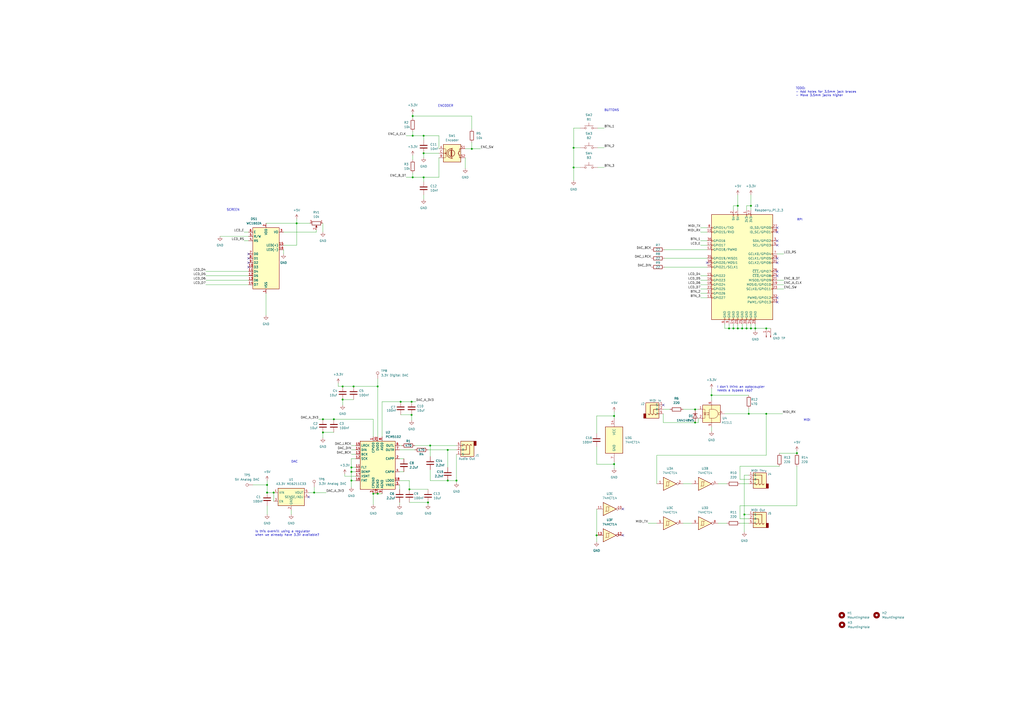
<source format=kicad_sch>
(kicad_sch (version 20231120) (generator "eeschema") (generator_version "8.0")
  (paper "A2")
  (lib_symbols
    (symbol "74xx:74HC14" (pin_names (offset 1.016))
      (property "Reference" "U" (at 0 1.27 0))
      (property "Value" "74HC14" (at 0 -1.27 0))
      (symbol "74HC14_1_0"
        (pin input line (at -7.62 0 0) (length 3.81) (name "~") (number "1"))
        (pin output inverted (at 7.62 0 180) (length 3.81) (name "~") (number "2"))
      )
      (symbol "74HC14_2_0"
        (pin input line (at -7.62 0 0) (length 3.81) (name "~") (number "3"))
        (pin output inverted (at 7.62 0 180) (length 3.81) (name "~") (number "4"))
      )
      (symbol "74HC14_3_0"
        (pin input line (at -7.62 0 0) (length 3.81) (name "~") (number "5"))
        (pin output inverted (at 7.62 0 180) (length 3.81) (name "~") (number "6"))
      )
      (symbol "74HC14_4_0"
        (pin output inverted (at 7.62 0 180) (length 3.81) (name "~") (number "8"))
        (pin input line (at -7.62 0 0) (length 3.81) (name "~") (number "9"))
      )
      (symbol "74HC14_5_0"
        (pin output inverted (at 7.62 0 180) (length 3.81) (name "~") (number "10"))
        (pin input line (at -7.62 0 0) (length 3.81) (name "~") (number "11"))
      )
      (symbol "74HC14_6_0"
        (pin output inverted (at 7.62 0 180) (length 3.81) (name "~") (number "12"))
        (pin input line (at -7.62 0 0) (length 3.81) (name "~") (number "13"))
      )
      (symbol "74HC14_7_0"
        (pin power_in line (at 0 12.7 270) (length 5.08) (name "VCC") (number "14"))
        (pin power_in line (at 0 -12.7 90) (length 5.08) (name "GND") (number "7"))
      )
    )
    (symbol "Audio:PCM5102"
      (property "Reference" "U" (at -10.16 13.97 0))
      (property "Value" "PCM5102" (at 3.81 13.97 0))
      (symbol "PCM5102_1_1"
        (pin passive line (at -2.54 15.24 270) (length 2.54) (name "CPVDD") (number "1"))
        (pin input line (at -12.7 -5.08 0) (length 2.54) (name "DEMP") (number "10"))
        (pin input line (at -12.7 -2.54 0) (length 2.54) (name "FLT") (number "11"))
        (pin input line (at -12.7 2.54 0) (length 2.54) (name "SCK") (number "12"))
        (pin input line (at -12.7 5.08 0) (length 2.54) (name "BCK") (number "13"))
        (pin input line (at -12.7 7.62 0) (length 2.54) (name "DIN") (number "14"))
        (pin input line (at -12.7 10.16 0) (length 2.54) (name "LRCK") (number "15"))
        (pin input line (at -12.7 -10.16 0) (length 2.54) (name "FMT") (number "16"))
        (pin input line (at -12.7 -7.62 0) (length 2.54) (name "XSMT") (number "17"))
        (pin passive line (at 12.7 -10.16 180) (length 2.54) (name "LDOO") (number "18"))
        (pin power_in line (at 0 -17.78 90) (length 2.54) (name "DGND") (number "19"))
        (pin passive line (at 12.7 2.54 180) (length 2.54) (name "CAPP") (number "2"))
        (pin power_in line (at 0 15.24 270) (length 2.54) (name "DVDD") (number "20"))
        (pin power_in line (at -2.54 -17.78 90) (length 2.54) (name "CPGND") (number "3"))
        (pin passive line (at 12.7 -5.08 180) (length 2.54) (name "CAPM") (number "4"))
        (pin passive line (at 12.7 -12.7 180) (length 2.54) (name "VNEG") (number "5"))
        (pin output line (at 12.7 10.16 180) (length 2.54) (name "OUTL") (number "6"))
        (pin output line (at 12.7 7.62 180) (length 2.54) (name "OUTR") (number "7"))
        (pin power_in line (at 2.54 15.24 270) (length 2.54) (name "AVDD") (number "8"))
        (pin power_in line (at 2.54 -17.78 90) (length 2.54) (name "AGND") (number "9"))
      )
    )
    (symbol "AudioJack3_1"
      (property "Reference" "J1" (at -6.35 2.54 0))
      (property "Value" "AudioJack3_1" (at 3.81 5.08 0))
      (symbol "AudioJack3_1_1_1"
        (pin passive line (at 5.08 2.54 180) (length 2.54) (name "S") (number "1"))
        (pin passive line (at 5.08 0 180) (length 2.54) (name "R") (number "2"))
        (pin passive line (at 5.08 -2.54 180) (length 2.54) (name "T") (number "5"))
      )
    )
    (symbol "Connector:Conn_01x02_Male" (pin_names (offset 1.016) hide)
      (property "Reference" "J" (at 0 2.54 0))
      (property "Value" "Conn_01x02_Male" (at 0 -5.08 0))
      (symbol "Conn_01x02_Male_1_1"
        (pin passive line (at 5.08 0 180) (length 3.81) (name "Pin_1") (number "1"))
        (pin passive line (at 5.08 -2.54 180) (length 3.81) (name "Pin_2") (number "2"))
      )
    )
    (symbol "Connector:Raspberry_Pi_2_3" (pin_names (offset 1.016))
      (property "Reference" "J" (at -17.78 31.75 0))
      (property "Value" "Raspberry_Pi_2_3" (at 10.16 -31.75 0))
      (symbol "Raspberry_Pi_2_3_1_1"
        (pin power_in line (at 2.54 33.02 270) (length 2.54) (name "3V3") (number "1"))
        (pin bidirectional line (at -20.32 20.32 0) (length 2.54) (name "GPIO15/RXD") (number "10"))
        (pin bidirectional line (at -20.32 12.7 0) (length 2.54) (name "GPIO17") (number "11"))
        (pin bidirectional line (at -20.32 10.16 0) (length 2.54) (name "GPIO18/PWM0") (number "12"))
        (pin bidirectional line (at -20.32 -17.78 0) (length 2.54) (name "GPIO27") (number "13"))
        (pin power_in line (at -5.08 -33.02 90) (length 2.54) (name "GND") (number "14"))
        (pin bidirectional line (at -20.32 -5.08 0) (length 2.54) (name "GPIO22") (number "15"))
        (pin bidirectional line (at -20.32 -7.62 0) (length 2.54) (name "GPIO23") (number "16"))
        (pin power_in line (at 5.08 33.02 270) (length 2.54) (name "3V3") (number "17"))
        (pin bidirectional line (at -20.32 -10.16 0) (length 2.54) (name "GPIO24") (number "18"))
        (pin bidirectional line (at 20.32 -10.16 180) (length 2.54) (name "MOSI0/GPIO10") (number "19"))
        (pin power_in line (at -5.08 33.02 270) (length 2.54) (name "5V") (number "2"))
        (pin power_in line (at -2.54 -33.02 90) (length 2.54) (name "GND") (number "20"))
        (pin bidirectional line (at 20.32 -7.62 180) (length 2.54) (name "MISO0/GPIO9") (number "21"))
        (pin bidirectional line (at -20.32 -12.7 0) (length 2.54) (name "GPIO25") (number "22"))
        (pin bidirectional line (at 20.32 -12.7 180) (length 2.54) (name "SCLK0/GPIO11") (number "23"))
        (pin bidirectional line (at 20.32 -5.08 180) (length 2.54) (name "~{CE0}/GPIO8") (number "24"))
        (pin power_in line (at 0 -33.02 90) (length 2.54) (name "GND") (number "25"))
        (pin bidirectional line (at 20.32 -2.54 180) (length 2.54) (name "~{CE1}/GPIO7") (number "26"))
        (pin bidirectional line (at 20.32 22.86 180) (length 2.54) (name "ID_SD/GPIO0") (number "27"))
        (pin bidirectional line (at 20.32 20.32 180) (length 2.54) (name "ID_SC/GPIO1") (number "28"))
        (pin bidirectional line (at 20.32 5.08 180) (length 2.54) (name "GCLK1/GPIO5") (number "29"))
        (pin bidirectional line (at 20.32 15.24 180) (length 2.54) (name "SDA/GPIO2") (number "3"))
        (pin power_in line (at 2.54 -33.02 90) (length 2.54) (name "GND") (number "30"))
        (pin bidirectional line (at 20.32 2.54 180) (length 2.54) (name "GCLK2/GPIO6") (number "31"))
        (pin bidirectional line (at 20.32 -17.78 180) (length 2.54) (name "PWM0/GPIO12") (number "32"))
        (pin bidirectional line (at 20.32 -20.32 180) (length 2.54) (name "PWM1/GPIO13") (number "33"))
        (pin power_in line (at 5.08 -33.02 90) (length 2.54) (name "GND") (number "34"))
        (pin bidirectional line (at -20.32 5.08 0) (length 2.54) (name "GPIO19/MISO1") (number "35"))
        (pin bidirectional line (at -20.32 15.24 0) (length 2.54) (name "GPIO16") (number "36"))
        (pin bidirectional line (at -20.32 -15.24 0) (length 2.54) (name "GPIO26") (number "37"))
        (pin bidirectional line (at -20.32 2.54 0) (length 2.54) (name "GPIO20/MOSI1") (number "38"))
        (pin power_in line (at 7.62 -33.02 90) (length 2.54) (name "GND") (number "39"))
        (pin power_in line (at -2.54 33.02 270) (length 2.54) (name "5V") (number "4"))
        (pin bidirectional line (at -20.32 0 0) (length 2.54) (name "GPIO21/SCLK1") (number "40"))
        (pin bidirectional line (at 20.32 12.7 180) (length 2.54) (name "SCL/GPIO3") (number "5"))
        (pin power_in line (at -10.16 -33.02 90) (length 2.54) (name "GND") (number "6"))
        (pin bidirectional line (at 20.32 7.62 180) (length 2.54) (name "GCLK0/GPIO4") (number "7"))
        (pin bidirectional line (at -20.32 22.86 0) (length 2.54) (name "GPIO14/TXD") (number "8"))
        (pin power_in line (at -7.62 -33.02 90) (length 2.54) (name "GND") (number "9"))
      )
    )
    (symbol "Connector:TestPoint" (pin_numbers hide) (pin_names (offset 0.762) hide)
      (property "Reference" "TP" (at 0 6.858 0))
      (property "Value" "TestPoint" (at 0 5.08 0))
      (symbol "TestPoint_1_1"
        (pin passive line (at 0 0 90) (length 2.54) (name "1") (number "1"))
      )
    )
    (symbol "Device:C" (pin_numbers hide) (pin_names (offset 0.254))
      (property "Reference" "C" (at 0.635 2.54 0))
      (property "Value" "C" (at 0.635 -2.54 0))
      (symbol "C_1_1"
        (pin passive line (at 0 3.81 270) (length 2.794) (name "~") (number "1"))
        (pin passive line (at 0 -3.81 90) (length 2.794) (name "~") (number "2"))
      )
    )
    (symbol "Device:R" (pin_numbers hide) (pin_names (offset 0))
      (property "Reference" "R" (at 2.032 0 90))
      (property "Value" "R" (at 0 0 90))
      (symbol "R_1_1"
        (pin passive line (at 0 3.81 270) (length 1.27) (name "~") (number "1"))
        (pin passive line (at 0 -3.81 90) (length 1.27) (name "~") (number "2"))
      )
    )
    (symbol "Device:R_Potentiometer" (pin_names (offset 1.016) hide)
      (property "Reference" "RV" (at -4.445 0 90))
      (property "Value" "R_Potentiometer" (at -2.54 0 90))
      (symbol "R_Potentiometer_1_1"
        (pin passive line (at 0 3.81 270) (length 1.27) (name "1") (number "1"))
        (pin passive line (at 3.81 0 180) (length 1.27) (name "2") (number "2"))
        (pin passive line (at 0 -3.81 90) (length 1.27) (name "3") (number "3"))
      )
    )
    (symbol "Device:RotaryEncoder_Switch" (pin_names (offset 0.254) hide)
      (property "Reference" "SW" (at 0 6.604 0))
      (property "Value" "RotaryEncoder_Switch" (at 0 -6.604 0))
      (symbol "RotaryEncoder_Switch_1_1"
        (pin passive line (at -7.62 2.54 0) (length 2.54) (name "A") (number "A"))
        (pin passive line (at -7.62 -2.54 0) (length 2.54) (name "B") (number "B"))
        (pin passive line (at -7.62 0 0) (length 2.54) (name "C") (number "C"))
        (pin passive line (at 7.62 2.54 180) (length 2.54) (name "S1") (number "S1"))
        (pin passive line (at 7.62 -2.54 180) (length 2.54) (name "S2") (number "S2"))
      )
    )
    (symbol "Diode:1N4148WS" (pin_numbers hide) (pin_names hide)
      (property "Reference" "D" (at 0 2.54 0))
      (property "Value" "1N4148WS" (at 0 -2.54 0))
      (symbol "1N4148WS_1_1"
        (pin passive line (at -3.81 0 0) (length 2.54) (name "K") (number "1"))
        (pin passive line (at 3.81 0 180) (length 2.54) (name "A") (number "2"))
      )
    )
    (symbol "Display_Character:WC1602A"
      (property "Reference" "DS" (at -5.842 19.05 0))
      (property "Value" "WC1602A" (at 5.334 19.05 0))
      (symbol "WC1602A_1_1"
        (pin power_in line (at 0 -20.32 90) (length 2.54) (name "VSS") (number "1"))
        (pin input line (at -10.16 -5.08 0) (length 2.54) (name "D3") (number "10"))
        (pin input line (at -10.16 -7.62 0) (length 2.54) (name "D4") (number "11"))
        (pin input line (at -10.16 -10.16 0) (length 2.54) (name "D5") (number "12"))
        (pin input line (at -10.16 -12.7 0) (length 2.54) (name "D6") (number "13"))
        (pin input line (at -10.16 -15.24 0) (length 2.54) (name "D7") (number "14"))
        (pin power_in line (at 10.16 7.62 180) (length 2.54) (name "LED(+)") (number "15"))
        (pin power_in line (at 10.16 5.08 180) (length 2.54) (name "LED(-)") (number "16"))
        (pin power_in line (at 0 20.32 270) (length 2.54) (name "VDD") (number "2"))
        (pin input line (at 10.16 15.24 180) (length 2.54) (name "VO") (number "3"))
        (pin input line (at -10.16 10.16 0) (length 2.54) (name "RS") (number "4"))
        (pin input line (at -10.16 12.7 0) (length 2.54) (name "R/W") (number "5"))
        (pin input line (at -10.16 15.24 0) (length 2.54) (name "E") (number "6"))
        (pin input line (at -10.16 2.54 0) (length 2.54) (name "D0") (number "7"))
        (pin input line (at -10.16 0 0) (length 2.54) (name "D1") (number "8"))
        (pin input line (at -10.16 -2.54 0) (length 2.54) (name "D2") (number "9"))
      )
    )
    (symbol "Isolator:H11L1" (pin_names (offset 1.016))
      (property "Reference" "U" (at 1.27 8.89 0))
      (property "Value" "H11L1" (at 1.27 6.35 0))
      (symbol "H11L1_1_1"
        (pin passive line (at -7.62 2.54 0) (length 2.54) (name "~") (number "1"))
        (pin passive line (at -7.62 -2.54 0) (length 2.54) (name "~") (number "2"))
        (pin no_connect line (at -5.08 0 0) (length 2.54) hide (name "~") (number "3"))
        (pin output inverted (at 7.62 0 180) (length 3.81) (name "~") (number "4"))
        (pin power_in line (at 0 -7.62 90) (length 2.54) (name "~") (number "5"))
        (pin power_in line (at 0 7.62 270) (length 2.54) (name "~") (number "6"))
      )
    )
    (symbol "Mechanical:MountingHole" (pin_names (offset 1.016))
      (property "Reference" "H" (at 0 5.08 0))
      (property "Value" "MountingHole" (at 0 3.175 0))
    )
    (symbol "Regulator_Linear:ADP7142AUJZ"
      (property "Reference" "U" (at 0 8.89 0))
      (property "Value" "ADP7142AUJZ" (at 0 6.35 0))
      (symbol "ADP7142AUJZ_1_1"
        (pin power_in line (at -10.16 2.54 0) (length 2.54) (name "VIN") (number "1"))
        (pin power_in line (at 0 -7.62 90) (length 2.54) (name "GND") (number "2"))
        (pin input line (at -10.16 -2.54 0) (length 2.54) (name "EN") (number "3"))
        (pin input line (at 10.16 0 180) (length 2.54) (name "SENSE/ADJ") (number "4"))
        (pin power_out line (at 10.16 2.54 180) (length 2.54) (name "VOUT") (number "5"))
      )
    )
    (symbol "Switch:SW_Push" (pin_numbers hide) (pin_names (offset 1.016) hide)
      (property "Reference" "SW" (at 1.27 2.54 0))
      (property "Value" "SW_Push" (at 0 -1.524 0))
      (symbol "SW_Push_0_1"
        (pin passive line (at -5.08 0 0) (length 2.54) (name "1") (number "1"))
        (pin passive line (at 5.08 0 180) (length 2.54) (name "2") (number "2"))
      )
    )
    (symbol "power:+3.3V" (power) (pin_names (offset 0))
      (property "Value" "+3.3V" (at 0 3.556 0))
      (symbol "+3.3V_1_1"
        (pin power_in line (at 0 0 90) (length 0) hide (name "+3.3V") (number "1"))
      )
    )
    (symbol "power:+5V" (power) (pin_names (offset 0))
      (property "Value" "+5V" (at 0 3.556 0))
      (symbol "+5V_1_1"
        (pin power_in line (at 0 0 90) (length 0) hide (name "+5V") (number "1"))
      )
    )
    (symbol "power:GND" (power) (pin_names (offset 0))
      (property "Value" "GND" (at 0 -3.81 0))
      (symbol "GND_1_1"
        (pin power_in line (at 0 0 270) (length 0) hide (name "GND") (number "1"))
      )
    )
  )
  (junction (at 198.755 224.155))
  (junction (at 158.75 285.75))
  (junction (at 182.245 285.75))
  (junction (at 203.835 273.685))
  (junction (at 203.835 278.765))
  (junction (at 438.15 190.5))
  (junction (at 431.8 298.45))
  (junction (at 356.235 241.3))
  (junction (at 403.225 237.49))
  (junction (at 433.07 190.5))
  (junction (at 332.74 97.155))
  (junction (at 356.235 269.24))
  (junction (at 435.61 119.38))
  (junction (at 346.075 310.515))
  (junction (at 219.075 286.385))
  (junction (at 187.325 243.205))
  (junction (at 193.675 243.205))
  (junction (at 422.91 190.5))
  (junction (at 435.61 190.5))
  (junction (at 427.99 190.5))
  (junction (at 249.555 258.445))
  (junction (at 198.755 231.775))
  (junction (at 430.53 190.5))
  (junction (at 239.395 78.74))
  (junction (at 232.41 233.045))
  (junction (at 444.5 190.5))
  (junction (at 273.685 86.36))
  (junction (at 332.74 85.725))
  (junction (at 237.49 283.845))
  (junction (at 238.76 240.665))
  (junction (at 434.34 240.03))
  (junction (at 219.075 224.155))
  (junction (at 172.085 129.54))
  (junction (at 154.94 281.305))
  (junction (at 259.715 260.985))
  (junction (at 203.835 271.145))
  (junction (at 264.795 278.765))
  (junction (at 427.99 119.38))
  (junction (at 187.325 250.825))
  (junction (at 238.76 233.045))
  (junction (at 259.715 278.765))
  (junction (at 403.225 245.11))
  (junction (at 248.285 291.465))
  (junction (at 245.745 78.74))
  (junction (at 245.745 102.87))
  (junction (at 205.105 224.155))
  (junction (at 154.94 285.75))
  (junction (at 239.395 67.31))
  (junction (at 245.745 88.9))
  (junction (at 462.28 262.89))
  (junction (at 412.75 229.235))
  (junction (at 444.5 240.03))
  (junction (at 239.395 102.87))
  (junction (at 425.45 190.5))
  (junction (at 216.535 286.385))
  (no_connect (at 410.21 152.4))
  (no_connect (at 144.145 152.4))
  (no_connect (at 361.315 295.275))
  (no_connect (at 144.145 154.94))
  (no_connect (at 450.85 172.72))
  (no_connect (at 450.85 152.4))
  (no_connect (at 450.85 149.86))
  (no_connect (at 450.85 139.7))
  (no_connect (at 384.81 234.95))
  (no_connect (at 450.85 132.08))
  (no_connect (at 450.85 157.48))
  (no_connect (at 450.85 160.02))
  (no_connect (at 144.145 147.32))
  (no_connect (at 361.315 310.515))
  (no_connect (at 179.07 288.29))
  (no_connect (at 450.85 134.62))
  (no_connect (at 450.85 175.26))
  (no_connect (at 144.145 149.86))
  (no_connect (at 450.85 142.24))
  (wire (pts (xy 420.37 187.96) (xy 420.37 190.5)))
  (wire (pts (xy 435.61 113.03) (xy 435.61 119.38)))
  (wire (pts (xy 384.81 240.03) (xy 384.81 245.11)))
  (wire (pts (xy 452.12 262.89) (xy 462.28 262.89)))
  (wire (pts (xy 231.775 266.065) (xy 234.315 266.065)))
  (wire (pts (xy 416.56 303.53) (xy 421.64 303.53)))
  (wire (pts (xy 385.445 149.86) (xy 410.21 149.86)))
  (wire (pts (xy 237.49 283.845) (xy 248.285 283.845)))
  (wire (pts (xy 346.71 74.295) (xy 350.52 74.295)))
  (wire (pts (xy 239.395 66.04) (xy 239.395 67.31)))
  (wire (pts (xy 427.99 119.38) (xy 427.99 121.92)))
  (wire (pts (xy 154.94 278.765) (xy 154.94 281.305)))
  (wire (pts (xy 183.515 134.62) (xy 183.515 133.35)))
  (wire (pts (xy 269.875 91.44) (xy 269.875 97.79)))
  (wire (pts (xy 416.56 280.67) (xy 421.64 280.67)))
  (wire (pts (xy 193.675 243.205) (xy 216.535 243.205)))
  (wire (pts (xy 198.755 231.775) (xy 205.105 231.775)))
  (wire (pts (xy 420.37 190.5) (xy 422.91 190.5)))
  (wire (pts (xy 231.775 260.985) (xy 240.665 260.985)))
  (wire (pts (xy 427.99 190.5) (xy 430.53 190.5)))
  (wire (pts (xy 450.85 147.32) (xy 454.66 147.32)))
  (wire (pts (xy 232.41 233.045) (xy 221.615 233.045)))
  (wire (pts (xy 203.835 271.145) (xy 203.835 273.685)))
  (wire (pts (xy 434.34 275.59) (xy 431.8 275.59)))
  (wire (pts (xy 435.61 119.38) (xy 435.61 121.92)))
  (wire (pts (xy 154.94 281.305) (xy 154.94 285.75)))
  (wire (pts (xy 431.8 275.59) (xy 431.8 298.45)))
  (wire (pts (xy 203.835 263.525) (xy 206.375 263.525)))
  (wire (pts (xy 154.94 285.75) (xy 158.75 285.75)))
  (wire (pts (xy 172.085 142.24) (xy 164.465 142.24)))
  (wire (pts (xy 452.12 270.51) (xy 429.26 270.51)))
  (wire (pts (xy 450.85 167.64) (xy 454.66 167.64)))
  (wire (pts (xy 239.395 100.33) (xy 239.395 102.87)))
  (wire (pts (xy 203.835 260.985) (xy 206.375 260.985)))
  (wire (pts (xy 434.34 240.03) (xy 444.5 240.03)))
  (wire (pts (xy 273.685 82.55) (xy 273.685 86.36)))
  (wire (pts (xy 219.075 224.155) (xy 219.075 253.365)))
  (wire (pts (xy 429.26 293.37) (xy 462.28 293.37)))
  (wire (pts (xy 146.685 281.305) (xy 154.94 281.305)))
  (wire (pts (xy 332.74 74.295) (xy 332.74 85.725)))
  (wire (pts (xy 346.075 241.3) (xy 346.075 251.46)))
  (wire (pts (xy 429.26 278.13) (xy 434.34 278.13)))
  (wire (pts (xy 438.15 187.96) (xy 438.15 190.5)))
  (wire (pts (xy 412.75 229.235) (xy 412.75 232.41)))
  (wire (pts (xy 403.225 237.49) (xy 405.13 237.49)))
  (wire (pts (xy 422.91 187.96) (xy 422.91 190.5)))
  (wire (pts (xy 406.4 139.7) (xy 410.21 139.7)))
  (wire (pts (xy 425.45 187.96) (xy 425.45 190.5)))
  (wire (pts (xy 427.99 187.96) (xy 427.99 190.5)))
  (wire (pts (xy 154.305 170.18) (xy 154.305 182.88)))
  (wire (pts (xy 238.76 240.665) (xy 232.41 240.665)))
  (wire (pts (xy 200.025 276.225) (xy 206.375 276.225)))
  (wire (pts (xy 221.615 233.045) (xy 221.615 253.365)))
  (wire (pts (xy 182.245 285.75) (xy 189.23 285.75)))
  (wire (pts (xy 216.535 286.385) (xy 219.075 286.385)))
  (wire (pts (xy 203.835 278.765) (xy 203.835 282.575)))
  (wire (pts (xy 384.81 245.11) (xy 403.225 245.11)))
  (wire (pts (xy 273.685 86.36) (xy 278.765 86.36)))
  (wire (pts (xy 259.715 278.765) (xy 249.555 278.765)))
  (wire (pts (xy 450.85 165.1) (xy 454.66 165.1)))
  (wire (pts (xy 450.85 162.56) (xy 454.66 162.56)))
  (wire (pts (xy 429.26 303.53) (xy 434.34 303.53)))
  (wire (pts (xy 444.5 240.03) (xy 444.5 264.16)))
  (wire (pts (xy 385.445 144.78) (xy 410.21 144.78)))
  (wire (pts (xy 462.28 262.89) (xy 462.28 261.62)))
  (wire (pts (xy 158.75 285.75) (xy 158.75 290.83)))
  (wire (pts (xy 172.085 127) (xy 172.085 129.54)))
  (wire (pts (xy 198.755 224.155) (xy 205.105 224.155)))
  (wire (pts (xy 406.4 172.72) (xy 410.21 172.72)))
  (wire (pts (xy 332.74 85.725) (xy 332.74 97.155)))
  (wire (pts (xy 203.835 273.685) (xy 206.375 273.685)))
  (wire (pts (xy 219.075 286.385) (xy 221.615 286.385)))
  (wire (pts (xy 431.8 298.45) (xy 431.8 308.61)))
  (wire (pts (xy 235.585 78.74) (xy 239.395 78.74)))
  (wire (pts (xy 168.91 295.91) (xy 168.91 298.45)))
  (wire (pts (xy 203.835 266.065) (xy 203.835 271.145)))
  (wire (pts (xy 444.5 190.5) (xy 447.04 190.5)))
  (wire (pts (xy 396.24 237.49) (xy 403.225 237.49)))
  (wire (pts (xy 154.94 293.37) (xy 154.94 298.45)))
  (wire (pts (xy 203.835 271.145) (xy 206.375 271.145)))
  (wire (pts (xy 444.5 264.16) (xy 381 264.16)))
  (wire (pts (xy 198.755 231.775) (xy 198.755 234.95)))
  (wire (pts (xy 264.795 278.765) (xy 264.795 280.035)))
  (wire (pts (xy 406.4 167.64) (xy 410.21 167.64)))
  (wire (pts (xy 196.215 222.25) (xy 196.215 224.155)))
  (wire (pts (xy 438.15 190.5) (xy 438.15 191.77)))
  (wire (pts (xy 182.245 282.575) (xy 182.245 285.75)))
  (wire (pts (xy 438.15 190.5) (xy 444.5 190.5)))
  (wire (pts (xy 429.26 300.99) (xy 429.26 293.37)))
  (wire (pts (xy 406.4 134.62) (xy 410.21 134.62)))
  (wire (pts (xy 238.76 233.045) (xy 232.41 233.045)))
  (wire (pts (xy 336.55 74.295) (xy 332.74 74.295)))
  (wire (pts (xy 444.5 240.03) (xy 454.025 240.03)))
  (wire (pts (xy 425.45 121.92) (xy 425.45 119.38)))
  (wire (pts (xy 172.085 129.54) (xy 179.705 129.54)))
  (wire (pts (xy 346.71 85.725) (xy 350.52 85.725)))
  (wire (pts (xy 433.07 119.38) (xy 435.61 119.38)))
  (wire (pts (xy 248.285 260.985) (xy 259.715 260.985)))
  (wire (pts (xy 239.395 78.74) (xy 245.745 78.74)))
  (wire (pts (xy 429.26 280.67) (xy 434.34 280.67)))
  (wire (pts (xy 433.07 121.92) (xy 433.07 119.38)))
  (wire (pts (xy 259.715 260.985) (xy 259.715 271.145)))
  (wire (pts (xy 187.325 129.54) (xy 187.325 134.62)))
  (wire (pts (xy 245.745 78.74) (xy 254.635 78.74)))
  (wire (pts (xy 203.835 273.685) (xy 203.835 278.765)))
  (wire (pts (xy 375.92 303.53) (xy 381 303.53)))
  (wire (pts (xy 259.715 278.765) (xy 264.795 278.765)))
  (wire (pts (xy 119.38 165.1) (xy 144.145 165.1)))
  (wire (pts (xy 239.395 102.87) (xy 245.745 102.87)))
  (wire (pts (xy 462.28 293.37) (xy 462.28 270.51)))
  (wire (pts (xy 381 264.16) (xy 381 280.67)))
  (wire (pts (xy 264.795 263.525) (xy 264.795 278.765)))
  (wire (pts (xy 396.24 303.53) (xy 401.32 303.53)))
  (wire (pts (xy 231.775 291.465) (xy 231.775 292.735)))
  (wire (pts (xy 206.375 266.065) (xy 203.835 266.065)))
  (wire (pts (xy 427.99 113.03) (xy 427.99 119.38)))
  (wire (pts (xy 235.585 102.87) (xy 239.395 102.87)))
  (wire (pts (xy 384.81 237.49) (xy 388.62 237.49)))
  (wire (pts (xy 172.085 129.54) (xy 172.085 142.24)))
  (wire (pts (xy 356.235 267.97) (xy 356.235 269.24)))
  (wire (pts (xy 346.71 97.155) (xy 350.52 97.155)))
  (wire (pts (xy 245.745 102.87) (xy 245.745 105.41)))
  (wire (pts (xy 434.34 300.99) (xy 429.26 300.99)))
  (wire (pts (xy 435.61 190.5) (xy 438.15 190.5)))
  (wire (pts (xy 435.61 187.96) (xy 435.61 190.5)))
  (wire (pts (xy 425.45 190.5) (xy 427.99 190.5)))
  (wire (pts (xy 433.07 190.5) (xy 435.61 190.5)))
  (wire (pts (xy 187.325 250.825) (xy 193.675 250.825)))
  (wire (pts (xy 239.395 90.17) (xy 239.395 92.71)))
  (wire (pts (xy 396.24 280.67) (xy 401.32 280.67)))
  (wire (pts (xy 356.235 241.3) (xy 356.235 242.57)))
  (wire (pts (xy 119.38 157.48) (xy 144.145 157.48)))
  (wire (pts (xy 332.74 97.155) (xy 332.74 104.775)))
  (wire (pts (xy 141.605 134.62) (xy 144.145 134.62)))
  (wire (pts (xy 245.745 113.03) (xy 245.745 115.57)))
  (wire (pts (xy 154.305 129.54) (xy 172.085 129.54)))
  (wire (pts (xy 245.745 78.74) (xy 245.745 81.28)))
  (wire (pts (xy 119.38 162.56) (xy 144.145 162.56)))
  (wire (pts (xy 231.775 278.765) (xy 237.49 278.765)))
  (wire (pts (xy 420.37 240.03) (xy 434.34 240.03)))
  (wire (pts (xy 332.74 85.725) (xy 336.55 85.725)))
  (wire (pts (xy 237.49 291.465) (xy 248.285 291.465)))
  (wire (pts (xy 164.465 134.62) (xy 183.515 134.62)))
  (wire (pts (xy 346.075 295.275) (xy 346.075 310.515)))
  (wire (pts (xy 346.075 269.24) (xy 356.235 269.24)))
  (wire (pts (xy 231.775 258.445) (xy 233.045 258.445)))
  (wire (pts (xy 245.745 102.87) (xy 254.635 102.87)))
  (wire (pts (xy 356.235 269.24) (xy 356.235 271.78)))
  (wire (pts (xy 187.325 250.825) (xy 187.325 254)))
  (wire (pts (xy 356.235 238.76) (xy 356.235 241.3)))
  (wire (pts (xy 346.075 259.08) (xy 346.075 269.24)))
  (wire (pts (xy 249.555 258.445) (xy 264.795 258.445)))
  (wire (pts (xy 237.49 278.765) (xy 237.49 283.845)))
  (wire (pts (xy 259.715 260.985) (xy 264.795 260.985)))
  (wire (pts (xy 141.605 139.7) (xy 144.145 139.7)))
  (wire (pts (xy 119.38 160.02) (xy 144.145 160.02)))
  (wire (pts (xy 184.785 243.205) (xy 187.325 243.205)))
  (wire (pts (xy 406.4 160.02) (xy 410.21 160.02)))
  (wire (pts (xy 203.835 278.765) (xy 206.375 278.765)))
  (wire (pts (xy 412.75 225.425) (xy 412.75 229.235)))
  (wire (pts (xy 434.34 229.235) (xy 412.75 229.235)))
  (wire (pts (xy 269.875 86.36) (xy 273.685 86.36)))
  (wire (pts (xy 254.635 78.74) (xy 254.635 86.36)))
  (wire (pts (xy 245.745 88.9) (xy 254.635 88.9)))
  (wire (pts (xy 385.445 154.94) (xy 410.21 154.94)))
  (wire (pts (xy 406.4 165.1) (xy 410.21 165.1)))
  (wire (pts (xy 127.635 137.16) (xy 144.145 137.16)))
  (wire (pts (xy 239.395 76.2) (xy 239.395 78.74)))
  (wire (pts (xy 434.34 298.45) (xy 431.8 298.45)))
  (wire (pts (xy 216.535 243.205) (xy 216.535 253.365)))
  (wire (pts (xy 356.235 241.3) (xy 346.075 241.3)))
  (wire (pts (xy 179.07 285.75) (xy 182.245 285.75)))
  (wire (pts (xy 406.4 162.56) (xy 410.21 162.56)))
  (wire (pts (xy 406.4 142.24) (xy 410.21 142.24)))
  (wire (pts (xy 425.45 119.38) (xy 427.99 119.38)))
  (wire (pts (xy 196.215 224.155) (xy 198.755 224.155)))
  (wire (pts (xy 249.555 258.445) (xy 249.555 264.795)))
  (wire (pts (xy 239.395 67.31) (xy 239.395 68.58)))
  (wire (pts (xy 164.465 144.78) (xy 164.465 147.32)))
  (wire (pts (xy 422.91 190.5) (xy 425.45 190.5)))
  (wire (pts (xy 429.26 270.51) (xy 429.26 278.13)))
  (wire (pts (xy 238.76 240.665) (xy 238.76 243.84)))
  (wire (pts (xy 245.745 88.9) (xy 245.745 91.44)))
  (wire (pts (xy 433.07 187.96) (xy 433.07 190.5)))
  (wire (pts (xy 187.325 243.205) (xy 193.675 243.205)))
  (wire (pts (xy 406.4 132.08) (xy 410.21 132.08)))
  (wire (pts (xy 273.685 67.31) (xy 239.395 67.31)))
  (wire (pts (xy 248.285 291.465) (xy 248.285 292.735)))
  (wire (pts (xy 254.635 91.44) (xy 254.635 102.87)))
  (wire (pts (xy 240.665 258.445) (xy 249.555 258.445)))
  (wire (pts (xy 203.835 258.445) (xy 206.375 258.445)))
  (wire (pts (xy 430.53 187.96) (xy 430.53 190.5)))
  (wire (pts (xy 216.535 286.385) (xy 216.535 292.735)))
  (wire (pts (xy 346.075 310.515) (xy 346.075 314.325)))
  (wire (pts (xy 430.53 190.5) (xy 433.07 190.5)))
  (wire (pts (xy 205.105 224.155) (xy 219.075 224.155)))
  (wire (pts (xy 219.075 219.71) (xy 219.075 224.155)))
  (wire (pts (xy 412.75 247.65) (xy 412.75 250.19)))
  (wire (pts (xy 332.74 97.155) (xy 336.55 97.155)))
  (wire (pts (xy 406.4 170.18) (xy 410.21 170.18)))
  (wire (pts (xy 200.025 274.955) (xy 200.025 276.225)))
  (wire (pts (xy 231.775 281.305) (xy 231.775 283.845)))
  (wire (pts (xy 273.685 67.31) (xy 273.685 74.93)))
  (wire (pts (xy 249.555 278.765) (xy 249.555 272.415)))
  (wire (pts (xy 403.225 245.11) (xy 405.13 245.11)))
  (wire (pts (xy 405.13 245.11) (xy 405.13 242.57)))
  (wire (pts (xy 241.3 233.045) (xy 238.76 233.045)))
  (wire (pts (xy 434.34 236.855) (xy 434.34 240.03)))
  (wire (pts (xy 231.775 273.685) (xy 234.315 273.685)))
  (text "Is this overkill using a regulator\nwhen we already have 3.3V available?" (at 147.955 311.15 0) (effects (font (size 1.27 1.27)) (justify left bottom)))
  (text "I don't think an optocoupler\nneeds a bypass cap?" (at 415.925 227.33 0) (effects (font (size 1.27 1.27)) (justify left bottom)))
  (text "ENCODER" (at 254 62.23 0) (effects (font (size 1.27 1.27)) (justify left bottom)))
  (text "SCREEN" (at 131.445 122.555 0) (effects (font (size 1.27 1.27)) (justify left bottom)))
  (text "MIDI" (at 466.09 244.475 0) (effects (font (size 1.27 1.27)) (justify left bottom)))
  (text "BUTTONS" (at 350.52 64.77 0) (effects (font (size 1.27 1.27)) (justify left bottom)))
  (text "DAC" (at 168.91 268.605 0) (effects (font (size 1.27 1.27)) (justify left bottom)))
  (text "TODO:\n- Add holes for 3.5mm jack braces\n- Move 3.5mm jacks higher" (at 461.518 56.134 0) (effects (font (size 1.27 1.27)) (justify left bottom)))
  (text "RPI" (at 462.28 128.27 0) (effects (font (size 1.27 1.27)) (justify left bottom)))
  (label "BTN_3" (at 406.4 172.72 180))
  (label "LCD_D5" (at 406.4 162.56 180))
  (label "DAC_BCK" (at 203.835 263.525 180))
  (label "MIDI_TX" (at 375.92 303.53 180))
  (label "BTN_1" (at 406.4 139.7 180))
  (label "BTN_2" (at 350.52 85.725 0))
  (label "ENC_SW" (at 278.765 86.36 0))
  (label "DAC_DIN" (at 377.825 154.94 180))
  (label "LCD_D6" (at 119.38 162.56 180))
  (label "DAC_A_3V3" (at 241.3 233.045 0))
  (label "LCD_RS" (at 141.605 139.7 180))
  (label "LCD_E" (at 406.4 142.24 180))
  (label "ENC_SW" (at 454.66 167.64 0))
  (label "DAC_A_3V3" (at 184.785 243.205 180))
  (label "ENC_B_DT" (at 454.66 162.56 0))
  (label "LCD_D7" (at 406.4 167.64 180))
  (label "LCD_D7" (at 119.38 165.1 180))
  (label "LCD_D6" (at 406.4 165.1 180))
  (label "LCD_E" (at 141.605 134.62 180))
  (label "DAC_DIN" (at 203.835 260.985 180))
  (label "ENC_B_DT" (at 235.585 102.87 180))
  (label "BTN_3" (at 350.52 97.155 0))
  (label "LCD_D4" (at 406.4 160.02 180))
  (label "MIDI_RX" (at 454.025 240.03 0))
  (label "DAC_A_3V3" (at 189.23 285.75 0))
  (label "LCD_D5" (at 119.38 160.02 180))
  (label "LCD_RS" (at 454.66 147.32 0))
  (label "ENC_A_CLK" (at 235.585 78.74 180))
  (label "ENC_A_CLK" (at 454.66 165.1 0))
  (label "MIDI_RX" (at 406.4 134.62 180))
  (label "MIDI_TX" (at 406.4 132.08 180))
  (label "BTN_2" (at 406.4 170.18 180))
  (label "DAC_LRCK" (at 203.835 258.445 180))
  (label "LCD_D4" (at 119.38 157.48 180))
  (label "BTN_1" (at 350.52 74.295 0))
  (label "DAC_LRCK" (at 377.825 149.86 180))
  (label "DAC_BCK" (at 377.825 144.78 180))
  (symbol (lib_id "Isolator:H11L1") (at 412.75 240.03 0) (unit 1)
    (property "Reference" "U4" (at 420.37 242.57 0))
    (property "Value" "H11L1" (at 421.64 245.11 0))
    (property "Footprint" "SOP-6_6.5x7.12mm_P2.54mm:SOP-6_6.5x7.12mm_P2.54mm" (effects (hide yes)))
    (property "Datasheet" "https://www.onsemi.com/pub/Collateral/H11L3M-D.PDF" (effects (hide yes)))
    (property "LCSC" "C78589" (effects (hide yes)))
  )
  (symbol (lib_id "power:GND") (at 187.325 134.62 0) (unit 1)
    (property "Reference" "#PWR08" (effects (hide yes)))
    (property "Value" "GND" (at 187.325 139.7 0))
  )
  (symbol (lib_id "power:GND") (at 154.94 298.45 0) (unit 1)
    (property "Reference" "#PWR04" (effects (hide yes)))
    (property "Value" "GND" (at 154.94 303.53 0))
  )
  (symbol (lib_id "power:GND") (at 269.875 97.79 0) (unit 1)
    (property "Reference" "#PWR023" (effects (hide yes)))
    (property "Value" "GND" (at 269.875 102.87 0))
  )
  (symbol (lib_id "74xx:74HC14") (at 408.94 280.67 0) (unit 2)
    (property "Reference" "U3" (at 408.94 271.78 0))
    (property "Value" "74HCT14" (at 408.94 274.32 0))
    (property "Footprint" "Package_SO:TSSOP-14_4.4x5mm_P0.65mm" (effects (hide yes)))
    (property "Datasheet" "http://www.ti.com/lit/gpn/sn74HC14" (effects (hide yes)))
    (property "LCSC" "C133639" (effects (hide yes)))
  )
  (symbol (lib_name "AudioJack3_1") (lib_id "Connector:AudioJack3") (at 379.73 237.49 0) (unit 1)
    (property "Reference" "J2" (at 374.015 234.315 0) (effects (justify right)))
    (property "Value" "MIDI In" (at 383.54 232.41 0) (effects (justify right)))
    (property "Footprint" "sparkfun 3.5mm:sparkfun_3.5mm_trs" (effects (hide yes)))
  )
  (symbol (lib_id "Device:R") (at 381.635 149.86 90) (unit 1)
    (property "Reference" "R8" (at 381.635 147.32 90))
    (property "Value" "22" (at 381.635 149.86 90))
    (property "Footprint" "Resistor_SMD:R_1206_3216Metric_Pad1.30x1.75mm_HandSolder" (effects (hide yes)))
    (property "LCSC" "C912903" (effects (hide yes)))
  )
  (symbol (lib_id "Device:C") (at 249.555 268.605 0) (unit 1)
    (property "Reference" "C14" (at 252.73 267.3349 0) (effects (justify left)))
    (property "Value" "2.2nf" (at 252.73 269.8749 0) (effects (justify left)))
    (property "Footprint" "Capacitor_SMD:C_0805_2012Metric_Pad1.18x1.45mm_HandSolder" (effects (hide yes)))
    (property "LCSC" "C395967" (effects (hide yes)))
  )
  (symbol (lib_id "Device:R") (at 425.45 280.67 270) (unit 1)
    (property "Reference" "R10" (at 425.45 274.32 90))
    (property "Value" "220" (at 425.45 276.86 90))
    (property "Footprint" "Resistor_SMD:R_1206_3216Metric_Pad1.30x1.75mm_HandSolder" (effects (hide yes)))
    (property "LCSC" "C872616" (effects (hide yes)))
  )
  (symbol (lib_id "power:GND") (at 168.91 298.45 0) (unit 1)
    (property "Reference" "#PWR06" (effects (hide yes)))
    (property "Value" "GND" (at 168.91 303.53 0))
  )
  (symbol (lib_id "Device:R") (at 239.395 72.39 0) (unit 1)
    (property "Reference" "R2" (at 234.315 71.12 0) (effects (justify left)))
    (property "Value" "10k" (at 234.315 73.66 0) (effects (justify left)))
    (property "Footprint" "Resistor_SMD:R_1206_3216Metric_Pad1.30x1.75mm_HandSolder" (effects (hide yes)))
    (property "LCSC" "C2073539" (effects (hide yes)))
  )
  (symbol (lib_id "Connector:TestPoint") (at 219.075 219.71 0) (unit 1)
    (property "Reference" "TP8" (at 220.98 215.1379 0) (effects (justify left)))
    (property "Value" "3.3V Digital DAC" (at 220.98 217.6779 0) (effects (justify left)))
    (property "Footprint" "TestPoint:TestPoint_Pad_D1.0mm" (effects (hide yes)))
  )
  (symbol (lib_id "Device:R_Potentiometer") (at 183.515 129.54 270) (unit 1)
    (property "Reference" "RV1" (at 183.515 123.19 90))
    (property "Value" "10k" (at 183.515 125.73 90))
    (property "Footprint" "Potentiometer_THT:Potentiometer_Runtron_RM-065_Vertical" (effects (hide yes)))
  )
  (symbol (lib_id "power:GND") (at 238.76 243.84 0) (mirror y) (unit 1)
    (property "Reference" "#PWR016" (effects (hide yes)))
    (property "Value" "GND" (at 238.76 248.92 0))
  )
  (symbol (lib_id "Device:R") (at 462.28 266.7 180) (unit 1)
    (property "Reference" "R14" (at 464.82 265.4299 0) (effects (justify right)))
    (property "Value" "220" (at 464.82 267.9699 0) (effects (justify right)))
    (property "Footprint" "Resistor_SMD:R_1206_3216Metric_Pad1.30x1.75mm_HandSolder" (effects (hide yes)))
    (property "LCSC" "C872616" (effects (hide yes)))
  )
  (symbol (lib_id "power:+3.3V") (at 412.75 225.425 0) (unit 1)
    (property "Reference" "#PWR028" (effects (hide yes)))
    (property "Value" "+3.3V" (at 412.75 220.345 0))
  )
  (symbol (lib_id "Audio:PCM5102") (at 219.075 268.605 0) (unit 1)
    (property "Reference" "U2" (at 223.6344 250.825 0) (effects (justify left)))
    (property "Value" "PCM5102" (at 223.6344 253.365 0) (effects (justify left)))
    (property "Footprint" "Package_SO:TSSOP-20_4.4x6.5mm_P0.65mm" (effects (hide yes)))
    (property "Datasheet" "http://www.ti.com/lit/ds/symlink/pcm5102.pdf" (effects (hide yes)))
    (property "LCSC" "C107671" (effects (hide yes)))
  )
  (symbol (lib_id "power:GND") (at 245.745 91.44 0) (unit 1)
    (property "Reference" "#PWR019" (effects (hide yes)))
    (property "Value" "GND" (at 245.745 96.52 0))
  )
  (symbol (lib_id "Switch:SW_Push") (at 341.63 74.295 0) (unit 1)
    (property "Reference" "SW2" (at 341.63 66.675 0))
    (property "Value" "B1" (at 341.63 69.215 0))
    (property "Footprint" "Button_Switch_Keyboard:SW_Cherry_MX_1.00u_PCB" (effects (hide yes)))
  )
  (symbol (lib_name "AudioJack3_1") (lib_id "Connector:AudioJack3") (at 439.42 300.99 0) (mirror y) (unit 1)
    (property "Reference" "J5" (at 445.135 297.815 0) (effects (justify right)))
    (property "Value" "MIDI Out" (at 435.61 295.91 0) (effects (justify right)))
    (property "Footprint" "sparkfun 3.5mm:sparkfun_3.5mm_trs" (effects (hide yes)))
  )
  (symbol (lib_id "power:+5V") (at 172.085 127 0) (unit 1)
    (property "Reference" "#PWR07" (effects (hide yes)))
    (property "Value" "+5V" (at 172.085 121.92 0))
  )
  (symbol (lib_id "Device:R") (at 434.34 233.045 0) (unit 1)
    (property "Reference" "R12" (at 435.61 231.775 0) (effects (justify left)))
    (property "Value" "470" (at 435.61 234.315 0) (effects (justify left)))
    (property "Footprint" "Resistor_SMD:R_1206_3216Metric_Pad1.30x1.75mm_HandSolder" (effects (hide yes)))
    (property "LCSC" "C104814" (effects (hide yes)))
  )
  (symbol (lib_id "74xx:74HC14") (at 388.62 280.67 0) (unit 1)
    (property "Reference" "U3" (at 388.62 271.78 0))
    (property "Value" "74HCT14" (at 388.62 274.32 0))
    (property "Footprint" "Package_SO:TSSOP-14_4.4x5mm_P0.65mm" (effects (hide yes)))
    (property "Datasheet" "http://www.ti.com/lit/gpn/sn74HC14" (effects (hide yes)))
    (property "LCSC" "C133639" (effects (hide yes)))
  )
  (symbol (lib_id "Device:R") (at 381.635 154.94 90) (unit 1)
    (property "Reference" "R9" (at 381.635 152.4 90))
    (property "Value" "22" (at 381.635 154.94 90))
    (property "Footprint" "Resistor_SMD:R_1206_3216Metric_Pad1.30x1.75mm_HandSolder" (effects (hide yes)))
    (property "LCSC" "C912903" (effects (hide yes)))
  )
  (symbol (lib_id "Device:C") (at 187.325 247.015 0) (unit 1)
    (property "Reference" "C2" (at 181.61 245.745 0) (effects (justify left)))
    (property "Value" "10uf" (at 179.705 248.285 0) (effects (justify left)))
    (property "Footprint" "Capacitor_SMD:C_0805_2012Metric_Pad1.18x1.45mm_HandSolder" (effects (hide yes)))
    (property "LCSC" "C111662" (effects (hide yes)))
  )
  (symbol (lib_id "Device:C") (at 154.94 289.56 0) (mirror y) (unit 1)
    (property "Reference" "C1" (at 148.59 288.29 0) (effects (justify right)))
    (property "Value" "100nf" (at 146.685 290.83 0) (effects (justify right)))
    (property "Footprint" "Capacitor_SMD:C_0805_2012Metric_Pad1.18x1.45mm_HandSolder" (effects (hide yes)))
    (property "LCSC" "C472810" (effects (hide yes)))
  )
  (symbol (lib_id "Device:R") (at 273.685 78.74 0) (unit 1)
    (property "Reference" "R5" (at 276.225 77.4699 0) (effects (justify left)))
    (property "Value" "10k" (at 276.225 80.0099 0) (effects (justify left)))
    (property "Footprint" "Resistor_SMD:R_1206_3216Metric_Pad1.30x1.75mm_HandSolder" (effects (hide yes)))
    (property "LCSC" "C2073539" (effects (hide yes)))
  )
  (symbol (lib_id "power:+5V") (at 427.99 113.03 0) (unit 1)
    (property "Reference" "#PWR030" (effects (hide yes)))
    (property "Value" "+5V" (at 427.99 107.95 0))
  )
  (symbol (lib_id "power:GND") (at 248.285 292.735 0) (unit 1)
    (property "Reference" "#PWR021" (effects (hide yes)))
    (property "Value" "GND" (at 248.285 297.815 0))
  )
  (symbol (lib_id "power:GND") (at 127.635 137.16 0) (unit 1)
    (property "Reference" "#PWR01" (effects (hide yes)))
    (property "Value" "GND" (at 127.635 142.24 0))
  )
  (symbol (lib_id "Connector:TestPoint") (at 146.685 281.305 90) (unit 1)
    (property "Reference" "TP5" (at 143.383 275.59 90))
    (property "Value" "5V Analog DAC" (at 143.383 278.13 90))
    (property "Footprint" "TestPoint:TestPoint_Pad_D1.0mm" (effects (hide yes)))
  )
  (symbol (lib_id "Device:R") (at 452.12 266.7 180) (unit 1)
    (property "Reference" "R13" (at 454.66 265.4299 0) (effects (justify right)))
    (property "Value" "220" (at 454.66 267.9699 0) (effects (justify right)))
    (property "Footprint" "Resistor_SMD:R_1206_3216Metric_Pad1.30x1.75mm_HandSolder" (effects (hide yes)))
    (property "LCSC" "C872616" (effects (hide yes)))
  )
  (symbol (lib_id "Device:R") (at 239.395 96.52 0) (unit 1)
    (property "Reference" "R3" (at 234.315 95.25 0) (effects (justify left)))
    (property "Value" "10k" (at 234.315 97.79 0) (effects (justify left)))
    (property "Footprint" "Resistor_SMD:R_1206_3216Metric_Pad1.30x1.75mm_HandSolder" (effects (hide yes)))
    (property "LCSC" "C2073539" (effects (hide yes)))
  )
  (symbol (lib_name "AudioJack3_1") (lib_id "Connector:AudioJack3") (at 269.875 260.985 180) (unit 1)
    (property "Reference" "J1" (at 275.59 264.16 0) (effects (justify right)))
    (property "Value" "Audio Out" (at 266.065 266.065 0) (effects (justify right)))
    (property "Footprint" "sparkfun 3.5mm:sparkfun_3.5mm_trs" (effects (hide yes)))
  )
  (symbol (lib_id "Device:C") (at 231.775 287.655 0) (unit 1)
    (property "Reference" "C6" (at 226.06 286.385 0) (effects (justify left)))
    (property "Value" "2.2uf" (at 224.155 288.925 0) (effects (justify left)))
    (property "Footprint" "Capacitor_SMD:C_0805_2012Metric_Pad1.18x1.45mm_HandSolder" (effects (hide yes)))
    (property "LCSC" "C6119894" (effects (hide yes)))
  )
  (symbol (lib_id "power:GND") (at 431.8 308.61 0) (unit 1)
    (property "Reference" "#PWR031" (effects (hide yes)))
    (property "Value" "GND" (at 431.8 313.69 0))
  )
  (symbol (lib_id "Device:R") (at 381.635 144.78 90) (unit 1)
    (property "Reference" "R7" (at 381.635 142.24 90))
    (property "Value" "22" (at 381.635 144.78 90))
    (property "Footprint" "Resistor_SMD:R_1206_3216Metric_Pad1.30x1.75mm_HandSolder" (effects (hide yes)))
    (property "LCSC" "C912903" (effects (hide yes)))
  )
  (symbol (lib_id "power:+5V") (at 462.28 261.62 0) (unit 1)
    (property "Reference" "#PWR034" (effects (hide yes)))
    (property "Value" "+5V" (at 462.28 256.54 0))
  )
  (symbol (lib_id "power:+3.3V") (at 239.395 90.17 0) (unit 1)
    (property "Reference" "#PWR018" (effects (hide yes)))
    (property "Value" "+3.3V" (at 239.395 85.09 0))
  )
  (symbol (lib_id "Regulator_Linear:ADP7142AUJZ") (at 168.91 288.29 0) (unit 1)
    (property "Reference" "U1" (at 168.91 278.13 0))
    (property "Value" "A3.3V ME6211C33" (at 168.91 280.67 0))
    (property "Footprint" "Package_TO_SOT_SMD:TSOT-23-5" (effects (hide yes)))
    (property "Datasheet" "https://www.analog.com/media/en/technical-documentation/data-sheets/ADP7142.pdf" (effects (hide yes)))
    (property "LCSC" "C82942" (effects (hide yes)))
  )
  (symbol (lib_name "AudioJack3_1") (lib_id "Connector:AudioJack3") (at 439.42 278.13 0) (mirror y) (unit 1)
    (property "Reference" "J4" (at 445.135 274.955 0) (effects (justify right)))
    (property "Value" "MIDI Thru" (at 435.61 273.05 0) (effects (justify right)))
    (property "Footprint" "sparkfun 3.5mm:sparkfun_3.5mm_trs" (effects (hide yes)))
  )
  (symbol (lib_id "power:GND") (at 154.305 182.88 0) (unit 1)
    (property "Reference" "#PWR02" (effects (hide yes)))
    (property "Value" "GND" (at 154.305 187.96 0))
  )
  (symbol (lib_id "power:GND") (at 356.235 271.78 0) (unit 1)
    (property "Reference" "#PWR027" (effects (hide yes)))
    (property "Value" "GND" (at 356.235 276.86 0))
  )
  (symbol (lib_id "power:+3.3V") (at 200.025 274.955 0) (unit 1)
    (property "Reference" "#PWR012" (effects (hide yes)))
    (property "Value" "+3.3V" (at 200.025 269.875 0))
  )
  (symbol (lib_id "power:GND") (at 264.795 280.035 0) (unit 1)
    (property "Reference" "#PWR022" (effects (hide yes)))
    (property "Value" "GND" (at 264.795 285.115 0))
  )
  (symbol (lib_id "Display_Character:WC1602A") (at 154.305 149.86 0) (unit 1)
    (property "Reference" "DS1" (at 145.415 127 0) (effects (justify left)))
    (property "Value" "WC1602A" (at 142.875 129.54 0) (effects (justify left)))
    (property "Footprint" "Display:WC1602A" (effects (hide yes)))
    (property "Datasheet" "http://www.wincomlcd.com/pdf/WC1602A-SFYLYHTC06.pdf" (effects (hide yes)))
  )
  (symbol (lib_id "Switch:SW_Push") (at 341.63 85.725 0) (unit 1)
    (property "Reference" "SW3" (at 341.63 77.47 0))
    (property "Value" "B2" (at 341.63 80.01 0))
    (property "Footprint" "Button_Switch_Keyboard:SW_Cherry_MX_1.00u_PCB" (effects (hide yes)))
  )
  (symbol (lib_id "Connector:Raspberry_Pi_2_3") (at 430.53 154.94 0) (unit 1)
    (property "Reference" "J3" (at 437.6294 119.38 0) (effects (justify left)))
    (property "Value" "Raspberry_Pi_2_3" (at 437.6294 121.92 0) (effects (justify left)))
    (property "Footprint" "raspberry-pi_rpi_hat:raspberry-pi_rpi_hat" (effects (hide yes)))
    (property "Datasheet" "https://www.raspberrypi.org/documentation/hardware/raspberrypi/schematics/rpi_SCH_3bplus_1p0_reduced.pdf" (effects (hide yes)))
  )
  (symbol (lib_id "Device:C") (at 248.285 287.655 0) (mirror y) (unit 1)
    (property "Reference" "C13" (at 255.27 286.385 0) (effects (justify left)))
    (property "Value" "10uf" (at 255.905 288.925 0) (effects (justify left)))
    (property "Footprint" "Capacitor_SMD:C_0805_2012Metric_Pad1.18x1.45mm_HandSolder" (effects (hide yes)))
    (property "LCSC" "C111662" (effects (hide yes)))
  )
  (symbol (lib_id "Device:R") (at 236.855 258.445 90) (unit 1)
    (property "Reference" "R1" (at 236.855 255.905 90))
    (property "Value" "470" (at 236.855 258.445 90))
    (property "Footprint" "Resistor_SMD:R_1206_3216Metric_Pad1.30x1.75mm_HandSolder" (effects (hide yes)))
    (property "LCSC" "C104814" (effects (hide yes)))
  )
  (symbol (lib_id "power:GND") (at 346.075 314.325 0) (unit 1)
    (property "Reference" "#PWR025" (effects (hide yes)))
    (property "Value" "GND" (at 346.075 319.405 0))
  )
  (symbol (lib_id "Device:R") (at 425.45 303.53 270) (unit 1)
    (property "Reference" "R11" (at 425.45 297.18 90))
    (property "Value" "220" (at 425.45 299.72 90))
    (property "Footprint" "Resistor_SMD:R_1206_3216Metric_Pad1.30x1.75mm_HandSolder" (effects (hide yes)))
    (property "LCSC" "C872616" (effects (hide yes)))
  )
  (symbol (lib_id "power:GND") (at 216.535 292.735 0) (unit 1)
    (property "Reference" "#PWR014" (effects (hide yes)))
    (property "Value" "GND" (at 216.535 297.815 0))
  )
  (symbol (lib_id "Device:C") (at 245.745 85.09 0) (unit 1)
    (property "Reference" "C11" (at 249.555 83.8199 0) (effects (justify left)))
    (property "Value" "10nf" (at 249.555 86.3599 0) (effects (justify left)))
    (property "Footprint" "Capacitor_SMD:C_0805_2012Metric_Pad1.18x1.45mm_HandSolder" (effects (hide yes)))
    (property "LCSC" "C77455" (effects (hide yes)))
  )
  (symbol (lib_id "Diode:1N4148WS") (at 403.225 241.3 270) (unit 1)
    (property "Reference" "D1" (at 399.415 241.3 90) (effects (justify left)))
    (property "Value" "1N4148WS" (at 392.43 243.84 90) (effects (justify left)))
    (property "Footprint" "Diode_SMD:D_SOD-323" (effects (hide yes)))
    (property "Datasheet" "https://www.vishay.com/docs/85751/1n4148ws.pdf" (effects (hide yes)))
    (property "LCSC" "C2128" (effects (hide yes)))
  )
  (symbol (lib_id "Device:C") (at 232.41 236.855 0) (mirror y) (unit 1)
    (property "Reference" "C7" (at 226.695 236.22 0) (effects (justify right)))
    (property "Value" "100nf" (at 224.155 238.125 0) (effects (justify right)))
    (property "Footprint" "Capacitor_SMD:C_0805_2012Metric_Pad1.18x1.45mm_HandSolder" (effects (hide yes)))
    (property "LCSC" "C472810" (effects (hide yes)))
  )
  (symbol (lib_id "power:GND") (at 412.75 250.19 0) (unit 1)
    (property "Reference" "#PWR029" (effects (hide yes)))
    (property "Value" "GND" (at 412.75 255.27 0))
  )
  (symbol (lib_id "Device:C") (at 234.315 269.875 0) (unit 1)
    (property "Reference" "C8" (at 237.49 268.6049 0) (effects (justify left)))
    (property "Value" "2.2uf" (at 237.49 271.1449 0) (effects (justify left)))
    (property "Footprint" "Capacitor_SMD:C_0805_2012Metric_Pad1.18x1.45mm_HandSolder" (effects (hide yes)))
    (property "LCSC" "C6119894" (effects (hide yes)))
  )
  (symbol (lib_id "Switch:SW_Push") (at 341.63 97.155 0) (unit 1)
    (property "Reference" "SW4" (at 341.63 88.9 0))
    (property "Value" "B3" (at 341.63 91.44 0))
    (property "Footprint" "Button_Switch_Keyboard:SW_Cherry_MX_1.00u_PCB" (effects (hide yes)))
  )
  (symbol (lib_id "Device:C") (at 238.76 236.855 0) (mirror y) (unit 1)
    (property "Reference" "C10" (at 245.745 235.585 0) (effects (justify left)))
    (property "Value" "10uf" (at 246.38 238.125 0) (effects (justify left)))
    (property "Footprint" "Capacitor_SMD:C_0805_2012Metric_Pad1.18x1.45mm_HandSolder" (effects (hide yes)))
    (property "LCSC" "C111662" (effects (hide yes)))
  )
  (symbol (lib_id "Device:C") (at 193.675 247.015 0) (unit 1)
    (property "Reference" "C3" (at 196.85 245.7449 0) (effects (justify left)))
    (property "Value" "100nf" (at 196.85 248.2849 0) (effects (justify left)))
    (property "Footprint" "Capacitor_SMD:C_0805_2012Metric_Pad1.18x1.45mm_HandSolder" (effects (hide yes)))
    (property "LCSC" "C472810" (effects (hide yes)))
  )
  (symbol (lib_id "power:GND") (at 164.465 147.32 0) (unit 1)
    (property "Reference" "#PWR05" (effects (hide yes)))
    (property "Value" "GND" (at 164.465 152.4 0))
  )
  (symbol (lib_id "Mechanical:MountingHole") (at 488.315 356.87 0) (unit 1)
    (property "Reference" "H1" (at 491.49 355.5999 0) (effects (justify left)))
    (property "Value" "MountingHole" (at 491.49 358.1399 0) (effects (justify left)))
    (property "Footprint" "MountingHole:MountingHole_2.7mm_M2.5" (effects (hide yes)))
  )
  (symbol (lib_id "power:GND") (at 231.775 292.735 0) (unit 1)
    (property "Reference" "#PWR015" (effects (hide yes)))
    (property "Value" "GND" (at 231.775 297.815 0))
  )
  (symbol (lib_id "power:GND") (at 438.15 191.77 0) (unit 1)
    (property "Reference" "#PWR033" (effects (hide yes)))
    (property "Value" "GND" (at 438.15 196.85 0))
  )
  (symbol (lib_id "Mechanical:MountingHole") (at 508.508 356.87 0) (unit 1)
    (property "Reference" "H2" (at 511.683 355.5999 0) (effects (justify left)))
    (property "Value" "MountingHole" (at 511.683 358.1399 0) (effects (justify left)))
    (property "Footprint" "MountingHole:MountingHole_2.7mm_M2.5" (effects (hide yes)))
  )
  (symbol (lib_id "74xx:74HC14") (at 356.235 255.27 0) (unit 7)
    (property "Reference" "U3" (at 362.585 253.9999 0) (effects (justify left)))
    (property "Value" "74HCT14" (at 362.585 256.5399 0) (effects (justify left)))
    (property "Footprint" "Package_SO:TSSOP-14_4.4x5mm_P0.65mm" (effects (hide yes)))
    (property "Datasheet" "http://www.ti.com/lit/gpn/sn74HC14" (effects (hide yes)))
    (property "LCSC" "C133639" (effects (hide yes)))
  )
  (symbol (lib_id "Device:R") (at 244.475 260.985 90) (unit 1)
    (property "Reference" "R4" (at 244.475 263.525 90))
    (property "Value" "470" (at 244.475 260.985 90))
    (property "Footprint" "Resistor_SMD:R_1206_3216Metric_Pad1.30x1.75mm_HandSolder" (effects (hide yes)))
    (property "LCSC" "C104814" (effects (hide yes)))
  )
  (symbol (lib_id "power:GND") (at 332.74 104.775 0) (unit 1)
    (property "Reference" "#PWR024" (effects (hide yes)))
    (property "Value" "GND" (at 332.74 109.855 0))
  )
  (symbol (lib_id "74xx:74HC14") (at 353.695 310.515 0) (unit 6)
    (property "Reference" "U3" (at 353.695 301.625 0))
    (property "Value" "74HCT14" (at 353.695 304.165 0))
    (property "Footprint" "Package_SO:TSSOP-14_4.4x5mm_P0.65mm" (effects (hide yes)))
    (property "Datasheet" "http://www.ti.com/lit/gpn/sn74HC14" (effects (hide yes)))
    (property "LCSC" "C133639" (effects (hide yes)))
  )
  (symbol (lib_id "Device:C") (at 346.075 255.27 0) (mirror y) (unit 1)
    (property "Reference" "C16" (at 343.535 254 0) (effects (justify left)))
    (property "Value" "100nf" (at 343.535 256.54 0) (effects (justify left)))
    (property "Footprint" "Capacitor_SMD:C_0805_2012Metric_Pad1.18x1.45mm_HandSolder" (effects (hide yes)))
    (property "LCSC" "C472810" (effects (hide yes)))
  )
  (symbol (lib_id "power:+3.3V") (at 435.61 113.03 0) (unit 1)
    (property "Reference" "#PWR032" (effects (hide yes)))
    (property "Value" "+3.3V" (at 435.61 107.95 0))
  )
  (symbol (lib_id "power:GND") (at 203.835 282.575 0) (unit 1)
    (property "Reference" "#PWR013" (effects (hide yes)))
    (property "Value" "GND" (at 203.835 287.655 0))
  )
  (symbol (lib_id "power:+5V") (at 154.94 278.765 0) (unit 1)
    (property "Reference" "#PWR03" (effects (hide yes)))
    (property "Value" "+5V" (at 154.94 273.685 0))
  )
  (symbol (lib_id "Connector:TestPoint") (at 182.245 282.575 0) (unit 1)
    (property "Reference" "TP6" (at 184.785 278.0029 0) (effects (justify left)))
    (property "Value" "3.3V Analog DAC" (at 184.785 280.5429 0) (effects (justify left)))
    (property "Footprint" "TestPoint:TestPoint_Pad_D1.0mm" (effects (hide yes)))
  )
  (symbol (lib_id "power:+3.3V") (at 196.215 222.25 0) (unit 1)
    (property "Reference" "#PWR010" (effects (hide yes)))
    (property "Value" "+3.3V" (at 196.215 217.17 0))
  )
  (symbol (lib_id "power:+3.3V") (at 239.395 66.04 0) (unit 1)
    (property "Reference" "#PWR017" (effects (hide yes)))
    (property "Value" "+3.3V" (at 239.395 60.96 0))
  )
  (symbol (lib_id "Device:C") (at 205.105 227.965 0) (unit 1)
    (property "Reference" "C5" (at 208.28 226.6949 0) (effects (justify left)))
    (property "Value" "100nf" (at 208.28 229.2349 0) (effects (justify left)))
    (property "Footprint" "Capacitor_SMD:C_0805_2012Metric_Pad1.18x1.45mm_HandSolder" (effects (hide yes)))
    (property "LCSC" "C472810" (effects (hide yes)))
  )
  (symbol (lib_id "Device:R") (at 392.43 237.49 90) (unit 1)
    (property "Reference" "R6" (at 392.43 231.14 90))
    (property "Value" "220" (at 392.43 233.68 90))
    (property "Footprint" "Resistor_SMD:R_1206_3216Metric_Pad1.30x1.75mm_HandSolder" (effects (hide yes)))
    (property "LCSC" "C872616" (effects (hide yes)))
  )
  (symbol (lib_id "Device:C") (at 245.745 109.22 0) (unit 1)
    (property "Reference" "C12" (at 249.555 107.9499 0) (effects (justify left)))
    (property "Value" "10nf" (at 249.555 110.4899 0) (effects (justify left)))
    (property "Footprint" "Capacitor_SMD:C_0805_2012Metric_Pad1.18x1.45mm_HandSolder" (effects (hide yes)))
    (property "LCSC" "C77455" (effects (hide yes)))
  )
  (symbol (lib_id "power:+5V") (at 356.235 238.76 0) (unit 1)
    (property "Reference" "#PWR026" (effects (hide yes)))
    (property "Value" "+5V" (at 356.235 233.68 0))
  )
  (symbol (lib_id "74xx:74HC14") (at 388.62 303.53 0) (unit 3)
    (property "Reference" "U3" (at 388.62 294.64 0))
    (property "Value" "74HCT14" (at 388.62 297.18 0))
    (property "Footprint" "Package_SO:TSSOP-14_4.4x5mm_P0.65mm" (effects (hide yes)))
    (property "Datasheet" "http://www.ti.com/lit/gpn/sn74HC14" (effects (hide yes)))
    (property "LCSC" "C133639" (effects (hide yes)))
  )
  (symbol (lib_id "power:GND") (at 198.755 234.95 0) (unit 1)
    (property "Reference" "#PWR011" (effects (hide yes)))
    (property "Value" "GND" (at 198.755 240.03 0))
  )
  (symbol (lib_id "Mechanical:MountingHole") (at 488.442 362.458 0) (unit 1)
    (property "Reference" "H3" (at 491.617 361.1879 0) (effects (justify left)))
    (property "Value" "MountingHole" (at 491.617 363.7279 0) (effects (justify left)))
    (property "Footprint" "MountingHole:MountingHole_2.7mm_M2.5" (effects (hide yes)))
  )
  (symbol (lib_id "power:GND") (at 245.745 115.57 0) (unit 1)
    (property "Reference" "#PWR020" (effects (hide yes)))
    (property "Value" "GND" (at 245.745 120.65 0))
  )
  (symbol (lib_id "Connector:Conn_01x02_Male") (at 444.5 195.58 90) (unit 1)
    (property "Reference" "J6" (at 448.31 193.6749 90) (effects (justify right)))
    (property "Value" "GND TP" (at 448.31 196.2149 90) (effects (justify right)))
    (property "Footprint" "Connector_PinHeader_2.54mm:PinHeader_1x02_P2.54mm_Vertical" (effects (hide yes)))
  )
  (symbol (lib_id "74xx:74HC14") (at 353.695 295.275 0) (unit 5)
    (property "Reference" "U3" (at 353.695 286.385 0))
    (property "Value" "74HCT14" (at 353.695 288.925 0))
    (property "Footprint" "Package_SO:TSSOP-14_4.4x5mm_P0.65mm" (effects (hide yes)))
    (property "Datasheet" "http://www.ti.com/lit/gpn/sn74HC14" (effects (hide yes)))
    (property "LCSC" "C133639" (effects (hide yes)))
  )
  (symbol (lib_id "Device:C") (at 198.755 227.965 0) (unit 1)
    (property "Reference" "C4" (at 193.04 226.695 0) (effects (justify left)))
    (property "Value" "10uf" (at 191.135 229.235 0) (effects (justify left)))
    (property "Footprint" "Capacitor_SMD:C_0805_2012Metric_Pad1.18x1.45mm_HandSolder" (effects (hide yes)))
    (property "LCSC" "C111662" (effects (hide yes)))
  )
  (symbol (lib_id "74xx:74HC14") (at 408.94 303.53 0) (unit 4)
    (property "Reference" "U3" (at 408.94 294.64 0))
    (property "Value" "74HCT14" (at 408.94 297.18 0))
    (property "Footprint" "Package_SO:TSSOP-14_4.4x5mm_P0.65mm" (effects (hide yes)))
    (property "Datasheet" "http://www.ti.com/lit/gpn/sn74HC14" (effects (hide yes)))
    (property "LCSC" "C133639" (effects (hide yes)))
  )
  (symbol (lib_id "Device:C") (at 237.49 287.655 0) (mirror y) (unit 1)
    (property "Reference" "C9" (at 240.03 286.385 0) (effects (justify right)))
    (property "Value" "100nf" (at 240.03 288.925 0) (effects (justify right)))
    (property "Footprint" "Capacitor_SMD:C_0805_2012Metric_Pad1.18x1.45mm_HandSolder" (effects (hide yes)))
    (property "LCSC" "C472810" (effects (hide yes)))
  )
  (symbol (lib_id "power:GND") (at 187.325 254 0) (unit 1)
    (property "Reference" "#PWR09" (effects (hide yes)))
    (property "Value" "GND" (at 187.325 259.08 0))
  )
  (symbol (lib_id "Device:C") (at 259.715 274.955 0) (unit 1)
    (property "Reference" "C15" (at 253.365 273.685 0) (effects (justify left)))
    (property "Value" "2.2nf" (at 252.095 276.225 0) (effects (justify left)))
    (property "Footprint" "Capacitor_SMD:C_0805_2012Metric_Pad1.18x1.45mm_HandSolder" (effects (hide yes)))
    (property "LCSC" "C395967" (effects (hide yes)))
  )
  (symbol (lib_id "Device:RotaryEncoder_Switch") (at 262.255 88.9 0) (unit 1)
    (property "Reference" "SW1" (at 262.255 78.74 0))
    (property "Value" "Encoder" (at 262.255 81.28 0))
    (property "Footprint" "Rotary_Encoder:RotaryEncoder_Alps_EC11E-Switch_Vertical_H20mm" (effects (hide yes)))
  )
)
</source>
